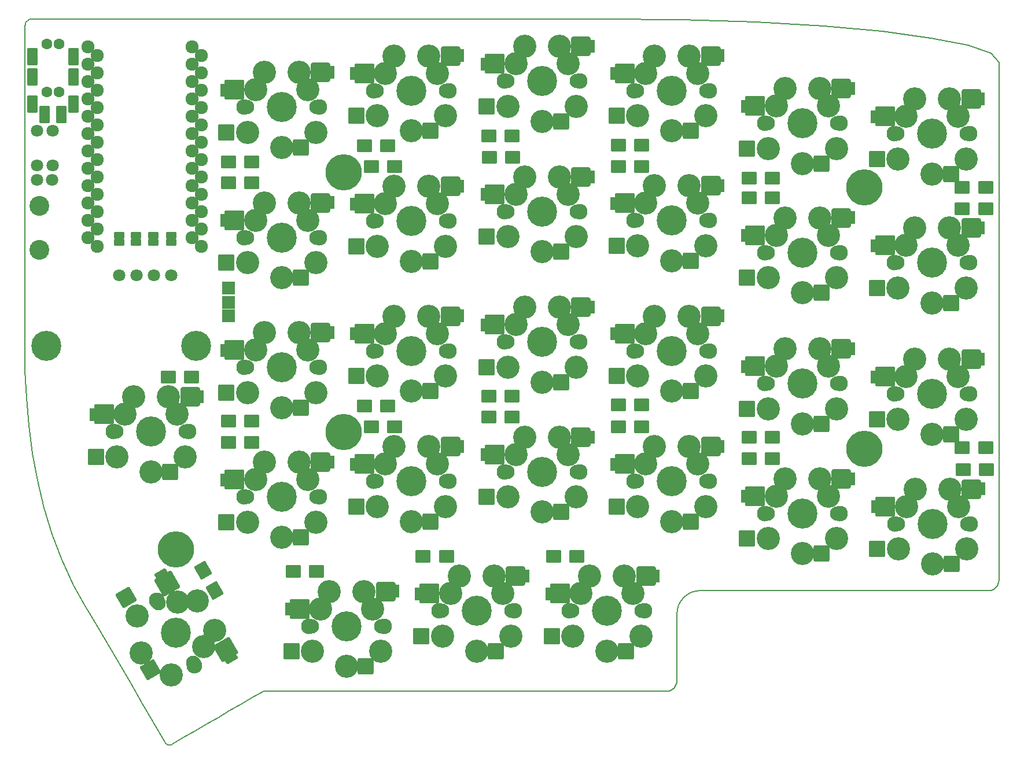
<source format=gbs>
G04 #@! TF.GenerationSoftware,KiCad,Pcbnew,7.0.10*
G04 #@! TF.CreationDate,2024-04-22T20:06:49+02:00*
G04 #@! TF.ProjectId,Lily58_Pro,4c696c79-3538-45f5-9072-6f2e6b696361,rev?*
G04 #@! TF.SameCoordinates,Original*
G04 #@! TF.FileFunction,Soldermask,Bot*
G04 #@! TF.FilePolarity,Negative*
%FSLAX46Y46*%
G04 Gerber Fmt 4.6, Leading zero omitted, Abs format (unit mm)*
G04 Created by KiCad (PCBNEW 7.0.10) date 2024-04-22 20:06:49*
%MOMM*%
%LPD*%
G01*
G04 APERTURE LIST*
G04 Aperture macros list*
%AMRoundRect*
0 Rectangle with rounded corners*
0 $1 Rounding radius*
0 $2 $3 $4 $5 $6 $7 $8 $9 X,Y pos of 4 corners*
0 Add a 4 corners polygon primitive as box body*
4,1,4,$2,$3,$4,$5,$6,$7,$8,$9,$2,$3,0*
0 Add four circle primitives for the rounded corners*
1,1,$1+$1,$2,$3*
1,1,$1+$1,$4,$5*
1,1,$1+$1,$6,$7*
1,1,$1+$1,$8,$9*
0 Add four rect primitives between the rounded corners*
20,1,$1+$1,$2,$3,$4,$5,0*
20,1,$1+$1,$4,$5,$6,$7,0*
20,1,$1+$1,$6,$7,$8,$9,0*
20,1,$1+$1,$8,$9,$2,$3,0*%
G04 Aperture macros list end*
%ADD10C,1.600000*%
%ADD11RoundRect,0.200000X-0.600000X-1.050000X0.600000X-1.050000X0.600000X1.050000X-0.600000X1.050000X0*%
%ADD12RoundRect,0.200000X0.762000X0.762000X-0.762000X0.762000X-0.762000X-0.762000X0.762000X-0.762000X0*%
%ADD13RoundRect,0.200000X-0.762000X0.762000X-0.762000X-0.762000X0.762000X-0.762000X0.762000X0.762000X0*%
%ADD14RoundRect,0.200000X-0.824519X-0.071891X-0.474519X-0.678109X0.824519X0.071891X0.474519X0.678109X0*%
%ADD15C,3.400000*%
%ADD16C,0.500000*%
%ADD17RoundRect,0.200000X1.366025X-0.366025X0.366025X1.366025X-1.366025X0.366025X-0.366025X-1.366025X0*%
%ADD18RoundRect,0.200000X1.341025X-0.322724X0.391025X1.322724X-1.341025X0.322724X-0.391025X-1.322724X0*%
%ADD19RoundRect,0.200000X1.707532X-0.457532X0.457532X1.707532X-1.707532X0.457532X-0.457532X-1.707532X0*%
%ADD20C,4.400000*%
%ADD21C,2.300000*%
%ADD22C,2.100000*%
%ADD23RoundRect,0.200000X1.639230X-0.439230X0.439230X1.639230X-1.639230X0.439230X-0.439230X-1.639230X0*%
%ADD24RoundRect,0.200000X-0.350000X-0.750000X0.350000X-0.750000X0.350000X0.750000X-0.350000X0.750000X0*%
%ADD25RoundRect,0.200000X1.000000X1.000000X-1.000000X1.000000X-1.000000X-1.000000X1.000000X-1.000000X0*%
%ADD26RoundRect,0.200000X0.950000X1.000000X-0.950000X1.000000X-0.950000X-1.000000X0.950000X-1.000000X0*%
%ADD27RoundRect,0.200000X1.250000X1.250000X-1.250000X1.250000X-1.250000X-1.250000X1.250000X-1.250000X0*%
%ADD28RoundRect,0.200000X1.200000X1.200000X-1.200000X1.200000X-1.200000X-1.200000X1.200000X-1.200000X0*%
%ADD29C,1.924000*%
%ADD30C,5.300000*%
%ADD31C,1.797000*%
%ADD32RoundRect,0.200000X0.571500X-0.317500X0.571500X0.317500X-0.571500X0.317500X-0.571500X-0.317500X0*%
%ADD33C,2.900000*%
%ADD34RoundRect,0.200000X-0.900000X-0.750000X0.900000X-0.750000X0.900000X0.750000X-0.900000X0.750000X0*%
%ADD35RoundRect,0.200000X-1.099519X0.404423X-0.199519X-1.154423X1.099519X-0.404423X0.199519X1.154423X0*%
G04 #@! TA.AperFunction,Profile*
%ADD36C,0.200000*%
G04 #@! TD*
G04 APERTURE END LIST*
D10*
X86150000Y-47800000D03*
X86150000Y-40800000D03*
D11*
X84050000Y-49600000D03*
X88250000Y-51100000D03*
X84050000Y-42600000D03*
X84050000Y-45600000D03*
D10*
X87900000Y-40800000D03*
X87900000Y-47800000D03*
D11*
X90000000Y-42600000D03*
X90000000Y-45600000D03*
X90000000Y-49600000D03*
X85800000Y-51100000D03*
D12*
X112700000Y-76500000D03*
X112700000Y-78600000D03*
D13*
X112700000Y-80600000D03*
D14*
X102915064Y-118388784D03*
X113016730Y-130685383D03*
D15*
X109104705Y-129029557D03*
X109104705Y-129029557D03*
X108129409Y-122260295D03*
D16*
X109146846Y-129022547D03*
D15*
X104295706Y-133180127D03*
D17*
X97745706Y-121835194D03*
D18*
X101290450Y-132374871D03*
D15*
X99295706Y-124519873D03*
X99890450Y-129950000D03*
D16*
X105321846Y-122397453D03*
D19*
X103749705Y-119754425D03*
D15*
X110669409Y-126659705D03*
D20*
X105000000Y-127000000D03*
D21*
X102250000Y-122236860D03*
X107750000Y-131763140D03*
D22*
X107540000Y-131399409D03*
X102460000Y-122600591D03*
D15*
X105294705Y-122430443D03*
D23*
X112249409Y-129396345D03*
D24*
X159600000Y-121250000D03*
X175300000Y-118650000D03*
D15*
X171910000Y-121210000D03*
X171910000Y-121210000D03*
X165560000Y-118670000D03*
D16*
X171925000Y-121170000D03*
D15*
X173100000Y-127450000D03*
D25*
X160000000Y-127450000D03*
D26*
X170900000Y-129650000D03*
D15*
X163100000Y-127450000D03*
X168100000Y-129650000D03*
D16*
X164275000Y-121170000D03*
D27*
X161200000Y-121210000D03*
D15*
X170640000Y-118670000D03*
D20*
X168100000Y-123750000D03*
D21*
X162600000Y-123750000D03*
X173600000Y-123750000D03*
D22*
X173180000Y-123750000D03*
X163020000Y-123750000D03*
D15*
X164290000Y-121209999D03*
D28*
X173800000Y-118670000D03*
D24*
X140500000Y-121250000D03*
X156200000Y-118650000D03*
D15*
X152810000Y-121210000D03*
X152810000Y-121210000D03*
X146460000Y-118670000D03*
D16*
X152825000Y-121170000D03*
D15*
X154000000Y-127450000D03*
D25*
X140900000Y-127450000D03*
D26*
X151800000Y-129650000D03*
D15*
X144000000Y-127450000D03*
X149000000Y-129650000D03*
D16*
X145175000Y-121170000D03*
D27*
X142100000Y-121210000D03*
D15*
X151540000Y-118670000D03*
D20*
X149000000Y-123750000D03*
D21*
X143500000Y-123750000D03*
X154500000Y-123750000D03*
D22*
X154080000Y-123750000D03*
X143920000Y-123750000D03*
D15*
X145190000Y-121209999D03*
D28*
X154700000Y-118670000D03*
D24*
X121500000Y-123500000D03*
X137200000Y-120900000D03*
D15*
X133810000Y-123460000D03*
X133810000Y-123460000D03*
X127460000Y-120920000D03*
D16*
X133825000Y-123420000D03*
D15*
X135000000Y-129700000D03*
D25*
X121900000Y-129700000D03*
D26*
X132800000Y-131900000D03*
D15*
X125000000Y-129700000D03*
X130000000Y-131900000D03*
D16*
X126175000Y-123420000D03*
D27*
X123100000Y-123460000D03*
D15*
X132540000Y-120920000D03*
D20*
X130000000Y-126000000D03*
D21*
X124500000Y-126000000D03*
X135500000Y-126000000D03*
D22*
X135080000Y-126000000D03*
X124920000Y-126000000D03*
D15*
X126190000Y-123459999D03*
D28*
X135700000Y-120920000D03*
D24*
X92900000Y-95000000D03*
X108600000Y-92400000D03*
D15*
X105210000Y-94960000D03*
X105210000Y-94960000D03*
X98860000Y-92420000D03*
D16*
X105225000Y-94920000D03*
D15*
X106400000Y-101200000D03*
D25*
X93300000Y-101200000D03*
D26*
X104200000Y-103400000D03*
D15*
X96400000Y-101200000D03*
X101400000Y-103400000D03*
D16*
X97575000Y-94920000D03*
D27*
X94500000Y-94960000D03*
D15*
X103940000Y-92420000D03*
D20*
X101400000Y-97500000D03*
D21*
X95900000Y-97500000D03*
X106900000Y-97500000D03*
D22*
X106480000Y-97500000D03*
X96320000Y-97500000D03*
D15*
X97590000Y-94959999D03*
D28*
X107100000Y-92420000D03*
D24*
X207250000Y-108500000D03*
X222950000Y-105900000D03*
D15*
X219560000Y-108460000D03*
X219560000Y-108460000D03*
X213210000Y-105920000D03*
D16*
X219575000Y-108420000D03*
D15*
X220750000Y-114700000D03*
D25*
X207650000Y-114700000D03*
D26*
X218550000Y-116900000D03*
D15*
X210750000Y-114700000D03*
X215750000Y-116900000D03*
D16*
X211925000Y-108420000D03*
D27*
X208850000Y-108460000D03*
D15*
X218290000Y-105920000D03*
D20*
X215750000Y-111000000D03*
D21*
X210250000Y-111000000D03*
X221250000Y-111000000D03*
D22*
X220830000Y-111000000D03*
X210670000Y-111000000D03*
D15*
X211940000Y-108459999D03*
D28*
X221450000Y-105920000D03*
D24*
X188200000Y-107000000D03*
X203900000Y-104400000D03*
D15*
X200510000Y-106960000D03*
X200510000Y-106960000D03*
X194160000Y-104420000D03*
D16*
X200525000Y-106920000D03*
D15*
X201700000Y-113200000D03*
D25*
X188600000Y-113200000D03*
D26*
X199500000Y-115400000D03*
D15*
X191700000Y-113200000D03*
X196700000Y-115400000D03*
D16*
X192875000Y-106920000D03*
D27*
X189800000Y-106960000D03*
D15*
X199240000Y-104420000D03*
D20*
X196700000Y-109500000D03*
D21*
X191200000Y-109500000D03*
X202200000Y-109500000D03*
D22*
X201780000Y-109500000D03*
X191620000Y-109500000D03*
D15*
X192890000Y-106959999D03*
D28*
X202400000Y-104420000D03*
D24*
X169100000Y-102300000D03*
X184800000Y-99700000D03*
D15*
X181410000Y-102260000D03*
X181410000Y-102260000D03*
X175060000Y-99720000D03*
D16*
X181425000Y-102220000D03*
D15*
X182600000Y-108500000D03*
D25*
X169500000Y-108500000D03*
D26*
X180400000Y-110700000D03*
D15*
X172600000Y-108500000D03*
X177600000Y-110700000D03*
D16*
X173775000Y-102220000D03*
D27*
X170700000Y-102260000D03*
D15*
X180140000Y-99720000D03*
D20*
X177600000Y-104800000D03*
D21*
X172100000Y-104800000D03*
X183100000Y-104800000D03*
D22*
X182680000Y-104800000D03*
X172520000Y-104800000D03*
D15*
X173790000Y-102259999D03*
D28*
X183300000Y-99720000D03*
D24*
X150100000Y-100900000D03*
X165800000Y-98300000D03*
D15*
X162410000Y-100860000D03*
X162410000Y-100860000D03*
X156060000Y-98320000D03*
D16*
X162425000Y-100820000D03*
D15*
X163600000Y-107100000D03*
D25*
X150500000Y-107100000D03*
D26*
X161400000Y-109300000D03*
D15*
X153600000Y-107100000D03*
X158600000Y-109300000D03*
D16*
X154775000Y-100820000D03*
D27*
X151700000Y-100860000D03*
D15*
X161140000Y-98320000D03*
D20*
X158600000Y-103400000D03*
D21*
X153100000Y-103400000D03*
X164100000Y-103400000D03*
D22*
X163680000Y-103400000D03*
X153520000Y-103400000D03*
D15*
X154790000Y-100859999D03*
D28*
X164300000Y-98320000D03*
D24*
X131000000Y-102300000D03*
X146700000Y-99700000D03*
D15*
X143310000Y-102260000D03*
X143310000Y-102260000D03*
X136960000Y-99720000D03*
D16*
X143325000Y-102220000D03*
D15*
X144500000Y-108500000D03*
D25*
X131400000Y-108500000D03*
D26*
X142300000Y-110700000D03*
D15*
X134500000Y-108500000D03*
X139500000Y-110700000D03*
D16*
X135675000Y-102220000D03*
D27*
X132600000Y-102260000D03*
D15*
X142040000Y-99720000D03*
D20*
X139500000Y-104800000D03*
D21*
X134000000Y-104800000D03*
X145000000Y-104800000D03*
D22*
X144580000Y-104800000D03*
X134420000Y-104800000D03*
D15*
X135690000Y-102259999D03*
D28*
X145200000Y-99720000D03*
D24*
X112000000Y-104600000D03*
X127700000Y-102000000D03*
D15*
X124310000Y-104560000D03*
X124310000Y-104560000D03*
X117960000Y-102020000D03*
D16*
X124325000Y-104520000D03*
D15*
X125500000Y-110800000D03*
D25*
X112400000Y-110800000D03*
D26*
X123300000Y-113000000D03*
D15*
X115500000Y-110800000D03*
X120500000Y-113000000D03*
D16*
X116675000Y-104520000D03*
D27*
X113600000Y-104560000D03*
D15*
X123040000Y-102020000D03*
D20*
X120500000Y-107100000D03*
D21*
X115000000Y-107100000D03*
X126000000Y-107100000D03*
D22*
X125580000Y-107100000D03*
X115420000Y-107100000D03*
D15*
X116690000Y-104559999D03*
D28*
X126200000Y-102020000D03*
D24*
X207200000Y-89500000D03*
X222900000Y-86900000D03*
D15*
X219510000Y-89460000D03*
X219510000Y-89460000D03*
X213160000Y-86920000D03*
D16*
X219525000Y-89420000D03*
D15*
X220700000Y-95700000D03*
D25*
X207600000Y-95700000D03*
D26*
X218500000Y-97900000D03*
D15*
X210700000Y-95700000D03*
X215700000Y-97900000D03*
D16*
X211875000Y-89420000D03*
D27*
X208800000Y-89460000D03*
D15*
X218240000Y-86920000D03*
D20*
X215700000Y-92000000D03*
D21*
X210200000Y-92000000D03*
X221200000Y-92000000D03*
D22*
X220780000Y-92000000D03*
X210620000Y-92000000D03*
D15*
X211890000Y-89459999D03*
D28*
X221400000Y-86920000D03*
D24*
X188200000Y-88000000D03*
X203900000Y-85400000D03*
D15*
X200510000Y-87960000D03*
X200510000Y-87960000D03*
X194160000Y-85420000D03*
D16*
X200525000Y-87920000D03*
D15*
X201700000Y-94200000D03*
D25*
X188600000Y-94200000D03*
D26*
X199500000Y-96400000D03*
D15*
X191700000Y-94200000D03*
X196700000Y-96400000D03*
D16*
X192875000Y-87920000D03*
D27*
X189800000Y-87960000D03*
D15*
X199240000Y-85420000D03*
D20*
X196700000Y-90500000D03*
D21*
X191200000Y-90500000D03*
X202200000Y-90500000D03*
D22*
X201780000Y-90500000D03*
X191620000Y-90500000D03*
D15*
X192890000Y-87959999D03*
D28*
X202400000Y-85420000D03*
D24*
X169100000Y-83200000D03*
X184800000Y-80600000D03*
D15*
X181410000Y-83160000D03*
X181410000Y-83160000D03*
X175060000Y-80620000D03*
D16*
X181425000Y-83120000D03*
D15*
X182600000Y-89400000D03*
D25*
X169500000Y-89400000D03*
D26*
X180400000Y-91600000D03*
D15*
X172600000Y-89400000D03*
X177600000Y-91600000D03*
D16*
X173775000Y-83120000D03*
D27*
X170700000Y-83160000D03*
D15*
X180140000Y-80620000D03*
D20*
X177600000Y-85700000D03*
D21*
X172100000Y-85700000D03*
X183100000Y-85700000D03*
D22*
X182680000Y-85700000D03*
X172520000Y-85700000D03*
D15*
X173790000Y-83159999D03*
D28*
X183300000Y-80620000D03*
D24*
X150100000Y-81900000D03*
X165800000Y-79300000D03*
D15*
X162410000Y-81860000D03*
X162410000Y-81860000D03*
X156060000Y-79320000D03*
D16*
X162425000Y-81820000D03*
D15*
X163600000Y-88100000D03*
D25*
X150500000Y-88100000D03*
D26*
X161400000Y-90300000D03*
D15*
X153600000Y-88100000D03*
X158600000Y-90300000D03*
D16*
X154775000Y-81820000D03*
D27*
X151700000Y-81860000D03*
D15*
X161140000Y-79320000D03*
D20*
X158600000Y-84400000D03*
D21*
X153100000Y-84400000D03*
X164100000Y-84400000D03*
D22*
X163680000Y-84400000D03*
X153520000Y-84400000D03*
D15*
X154790000Y-81859999D03*
D28*
X164300000Y-79320000D03*
D24*
X131000000Y-83200000D03*
X146700000Y-80600000D03*
D15*
X143310000Y-83160000D03*
X143310000Y-83160000D03*
X136960000Y-80620000D03*
D16*
X143325000Y-83120000D03*
D15*
X144500000Y-89400000D03*
D25*
X131400000Y-89400000D03*
D26*
X142300000Y-91600000D03*
D15*
X134500000Y-89400000D03*
X139500000Y-91600000D03*
D16*
X135675000Y-83120000D03*
D27*
X132600000Y-83160000D03*
D15*
X142040000Y-80620000D03*
D20*
X139500000Y-85700000D03*
D21*
X134000000Y-85700000D03*
X145000000Y-85700000D03*
D22*
X144580000Y-85700000D03*
X134420000Y-85700000D03*
D15*
X135690000Y-83159999D03*
D28*
X145200000Y-80620000D03*
D24*
X112000000Y-85600000D03*
X127700000Y-83000000D03*
D15*
X124310000Y-85560000D03*
X124310000Y-85560000D03*
X117960000Y-83020000D03*
D16*
X124325000Y-85520000D03*
D15*
X125500000Y-91800000D03*
D25*
X112400000Y-91800000D03*
D26*
X123300000Y-94000000D03*
D15*
X115500000Y-91800000D03*
X120500000Y-94000000D03*
D16*
X116675000Y-85520000D03*
D27*
X113600000Y-85560000D03*
D15*
X123040000Y-83020000D03*
D20*
X120500000Y-88100000D03*
D21*
X115000000Y-88100000D03*
X126000000Y-88100000D03*
D22*
X125580000Y-88100000D03*
X115420000Y-88100000D03*
D15*
X116690000Y-85559999D03*
D28*
X126200000Y-83020000D03*
D24*
X207200000Y-70300000D03*
X222900000Y-67700000D03*
D15*
X219510000Y-70260000D03*
X219510000Y-70260000D03*
X213160000Y-67720000D03*
D16*
X219525000Y-70220000D03*
D15*
X220700000Y-76500000D03*
D25*
X207600000Y-76500000D03*
D26*
X218500000Y-78700000D03*
D15*
X210700000Y-76500000D03*
X215700000Y-78700000D03*
D16*
X211875000Y-70220000D03*
D27*
X208800000Y-70260000D03*
D15*
X218240000Y-67720000D03*
D20*
X215700000Y-72800000D03*
D21*
X210200000Y-72800000D03*
X221200000Y-72800000D03*
D22*
X220780000Y-72800000D03*
X210620000Y-72800000D03*
D15*
X211890000Y-70259999D03*
D28*
X221400000Y-67720000D03*
D24*
X188200000Y-68800000D03*
X203900000Y-66200000D03*
D15*
X200510000Y-68760000D03*
X200510000Y-68760000D03*
X194160000Y-66220000D03*
D16*
X200525000Y-68720000D03*
D15*
X201700000Y-75000000D03*
D25*
X188600000Y-75000000D03*
D26*
X199500000Y-77200000D03*
D15*
X191700000Y-75000000D03*
X196700000Y-77200000D03*
D16*
X192875000Y-68720000D03*
D27*
X189800000Y-68760000D03*
D15*
X199240000Y-66220000D03*
D20*
X196700000Y-71300000D03*
D21*
X191200000Y-71300000D03*
X202200000Y-71300000D03*
D22*
X201780000Y-71300000D03*
X191620000Y-71300000D03*
D15*
X192890000Y-68759999D03*
D28*
X202400000Y-66220000D03*
D24*
X169100000Y-64100000D03*
X184800000Y-61500000D03*
D15*
X181410000Y-64060000D03*
X181410000Y-64060000D03*
X175060000Y-61520000D03*
D16*
X181425000Y-64020000D03*
D15*
X182600000Y-70300000D03*
D25*
X169500000Y-70300000D03*
D26*
X180400000Y-72500000D03*
D15*
X172600000Y-70300000D03*
X177600000Y-72500000D03*
D16*
X173775000Y-64020000D03*
D27*
X170700000Y-64060000D03*
D15*
X180140000Y-61520000D03*
D20*
X177600000Y-66600000D03*
D21*
X172100000Y-66600000D03*
X183100000Y-66600000D03*
D22*
X182680000Y-66600000D03*
X172520000Y-66600000D03*
D15*
X173790000Y-64059999D03*
D28*
X183300000Y-61520000D03*
D24*
X150100000Y-62800000D03*
X165800000Y-60200000D03*
D15*
X162410000Y-62760000D03*
X162410000Y-62760000D03*
X156060000Y-60220000D03*
D16*
X162425000Y-62720000D03*
D15*
X163600000Y-69000000D03*
D25*
X150500000Y-69000000D03*
D26*
X161400000Y-71200000D03*
D15*
X153600000Y-69000000D03*
X158600000Y-71200000D03*
D16*
X154775000Y-62720000D03*
D27*
X151700000Y-62760000D03*
D15*
X161140000Y-60220000D03*
D20*
X158600000Y-65300000D03*
D21*
X153100000Y-65300000D03*
X164100000Y-65300000D03*
D22*
X163680000Y-65300000D03*
X153520000Y-65300000D03*
D15*
X154790000Y-62759999D03*
D28*
X164300000Y-60220000D03*
D24*
X131000000Y-64200000D03*
X146700000Y-61600000D03*
D15*
X143310000Y-64160000D03*
X143310000Y-64160000D03*
X136960000Y-61620000D03*
D16*
X143325000Y-64120000D03*
D15*
X144500000Y-70400000D03*
D25*
X131400000Y-70400000D03*
D26*
X142300000Y-72600000D03*
D15*
X134500000Y-70400000D03*
X139500000Y-72600000D03*
D16*
X135675000Y-64120000D03*
D27*
X132600000Y-64160000D03*
D15*
X142040000Y-61620000D03*
D20*
X139500000Y-66700000D03*
D21*
X134000000Y-66700000D03*
X145000000Y-66700000D03*
D22*
X144580000Y-66700000D03*
X134420000Y-66700000D03*
D15*
X135690000Y-64159999D03*
D28*
X145200000Y-61620000D03*
D24*
X112000000Y-66600000D03*
X127700000Y-64000000D03*
D15*
X124310000Y-66560000D03*
X124310000Y-66560000D03*
X117960000Y-64020000D03*
D16*
X124325000Y-66520000D03*
D15*
X125500000Y-72800000D03*
D25*
X112400000Y-72800000D03*
D26*
X123300000Y-75000000D03*
D15*
X115500000Y-72800000D03*
X120500000Y-75000000D03*
D16*
X116675000Y-66520000D03*
D27*
X113600000Y-66560000D03*
D15*
X123040000Y-64020000D03*
D20*
X120500000Y-69100000D03*
D21*
X115000000Y-69100000D03*
X126000000Y-69100000D03*
D22*
X125580000Y-69100000D03*
X115420000Y-69100000D03*
D15*
X116690000Y-66559999D03*
D28*
X126200000Y-64020000D03*
D24*
X207200000Y-51400000D03*
X222900000Y-48800000D03*
D15*
X219510000Y-51360000D03*
X219510000Y-51360000D03*
X213160000Y-48820000D03*
D16*
X219525000Y-51320000D03*
D15*
X220700000Y-57600000D03*
D25*
X207600000Y-57600000D03*
D26*
X218500000Y-59800000D03*
D15*
X210700000Y-57600000D03*
X215700000Y-59800000D03*
D16*
X211875000Y-51320000D03*
D27*
X208800000Y-51360000D03*
D15*
X218240000Y-48820000D03*
D20*
X215700000Y-53900000D03*
D21*
X210200000Y-53900000D03*
X221200000Y-53900000D03*
D22*
X220780000Y-53900000D03*
X210620000Y-53900000D03*
D15*
X211890000Y-51359999D03*
D28*
X221400000Y-48820000D03*
D24*
X188200000Y-49900000D03*
X203900000Y-47300000D03*
D15*
X200510000Y-49860000D03*
X200510000Y-49860000D03*
X194160000Y-47320000D03*
D16*
X200525000Y-49820000D03*
D15*
X201700000Y-56100000D03*
D25*
X188600000Y-56100000D03*
D26*
X199500000Y-58300000D03*
D15*
X191700000Y-56100000D03*
X196700000Y-58300000D03*
D16*
X192875000Y-49820000D03*
D27*
X189800000Y-49860000D03*
D15*
X199240000Y-47320000D03*
D20*
X196700000Y-52400000D03*
D21*
X191200000Y-52400000D03*
X202200000Y-52400000D03*
D22*
X201780000Y-52400000D03*
X191620000Y-52400000D03*
D15*
X192890000Y-49859999D03*
D28*
X202400000Y-47320000D03*
D24*
X169100000Y-45100000D03*
X184800000Y-42500000D03*
D15*
X181410000Y-45060000D03*
X181410000Y-45060000D03*
X175060000Y-42520000D03*
D16*
X181425000Y-45020000D03*
D15*
X182600000Y-51300000D03*
D25*
X169500000Y-51300000D03*
D26*
X180400000Y-53500000D03*
D15*
X172600000Y-51300000D03*
X177600000Y-53500000D03*
D16*
X173775000Y-45020000D03*
D27*
X170700000Y-45060000D03*
D15*
X180140000Y-42520000D03*
D20*
X177600000Y-47600000D03*
D21*
X172100000Y-47600000D03*
X183100000Y-47600000D03*
D22*
X182680000Y-47600000D03*
X172520000Y-47600000D03*
D15*
X173790000Y-45059999D03*
D28*
X183300000Y-42520000D03*
D24*
X150100000Y-43710000D03*
X165800000Y-41110000D03*
D15*
X162410000Y-43670000D03*
X162410000Y-43670000D03*
X156060000Y-41130000D03*
D16*
X162425000Y-43630000D03*
D15*
X163600000Y-49910000D03*
D25*
X150500000Y-49910000D03*
D26*
X161400000Y-52110000D03*
D15*
X153600000Y-49910000D03*
X158600000Y-52110000D03*
D16*
X154775000Y-43630000D03*
D27*
X151700000Y-43670000D03*
D15*
X161140000Y-41130000D03*
D20*
X158600000Y-46210000D03*
D21*
X153100000Y-46210000D03*
X164100000Y-46210000D03*
D22*
X163680000Y-46210000D03*
X153520000Y-46210000D03*
D15*
X154790000Y-43669999D03*
D28*
X164300000Y-41130000D03*
D24*
X131000000Y-45100000D03*
X146700000Y-42500000D03*
D15*
X143310000Y-45060000D03*
X143310000Y-45060000D03*
X136960000Y-42520000D03*
D16*
X143325000Y-45020000D03*
D15*
X144500000Y-51300000D03*
D25*
X131400000Y-51300000D03*
D26*
X142300000Y-53500000D03*
D15*
X134500000Y-51300000D03*
X139500000Y-53500000D03*
D16*
X135675000Y-45020000D03*
D27*
X132600000Y-45060000D03*
D15*
X142040000Y-42520000D03*
D20*
X139500000Y-47600000D03*
D21*
X134000000Y-47600000D03*
X145000000Y-47600000D03*
D22*
X144580000Y-47600000D03*
X134420000Y-47600000D03*
D15*
X135690000Y-45059999D03*
D28*
X145200000Y-42520000D03*
D24*
X112000000Y-47500000D03*
X127700000Y-44900000D03*
D15*
X124310000Y-47460000D03*
X124310000Y-47460000D03*
X117960000Y-44920000D03*
D16*
X124325000Y-47420000D03*
D15*
X125500000Y-53700000D03*
D25*
X112400000Y-53700000D03*
D26*
X123300000Y-55900000D03*
D15*
X115500000Y-53700000D03*
X120500000Y-55900000D03*
D16*
X116675000Y-47420000D03*
D27*
X113600000Y-47460000D03*
D15*
X123040000Y-44920000D03*
D20*
X120500000Y-50000000D03*
D21*
X115000000Y-50000000D03*
X126000000Y-50000000D03*
D22*
X125580000Y-50000000D03*
X115420000Y-50000000D03*
D15*
X116690000Y-47459999D03*
D28*
X126200000Y-44920000D03*
D29*
X107420000Y-41230000D03*
X107420000Y-43770000D03*
X107420000Y-46310000D03*
X107420000Y-48850000D03*
X107420000Y-51390000D03*
X107420000Y-53930000D03*
X107420000Y-56470000D03*
X107420000Y-59010000D03*
X107420000Y-61550000D03*
X107420000Y-64090000D03*
X107420000Y-66630000D03*
X107420000Y-69170000D03*
X92180000Y-69170000D03*
X92180000Y-66630000D03*
X92180000Y-64090000D03*
X92180000Y-61550000D03*
X92180000Y-59010000D03*
X92180000Y-56470000D03*
X92180000Y-53930000D03*
X92180000Y-51390000D03*
X92180000Y-48850000D03*
X92180000Y-46310000D03*
X92180000Y-43770000D03*
X92180000Y-41230000D03*
X108718815Y-52585745D03*
X108718815Y-57665745D03*
X93478815Y-42425745D03*
X108718815Y-44965745D03*
X108718815Y-67825745D03*
X93478815Y-70365745D03*
X108718815Y-60205745D03*
X108718815Y-62745745D03*
X93478815Y-60205745D03*
X93478815Y-65285745D03*
X93478815Y-52585745D03*
X93478815Y-50045745D03*
X93478815Y-44965745D03*
X93478815Y-55125745D03*
X108718815Y-70365745D03*
X93478815Y-62745745D03*
X108718815Y-42425745D03*
X108718815Y-47505745D03*
X93478815Y-67825745D03*
X108718815Y-50045745D03*
X108718815Y-55125745D03*
X93478815Y-57665745D03*
X108718815Y-65285745D03*
X93478815Y-47505745D03*
D30*
X129600000Y-59600000D03*
X205800000Y-61800000D03*
X129600000Y-97600000D03*
X205800000Y-100000000D03*
X105000000Y-114800000D03*
D31*
X84700000Y-60700000D03*
X86900000Y-60700000D03*
X86938035Y-58579272D03*
X86938035Y-53499272D03*
X84688035Y-53499272D03*
X84688035Y-58579272D03*
D32*
X104300000Y-68799620D03*
X104300000Y-69800380D03*
X101700000Y-69800380D03*
X101700000Y-68799620D03*
X99200000Y-68799620D03*
X99200000Y-69800380D03*
X96700000Y-69800380D03*
X96700000Y-68799620D03*
D33*
X85000000Y-70950000D03*
X85000000Y-64450000D03*
D34*
X112700000Y-58000000D03*
X116100000Y-58000000D03*
X132600000Y-55700000D03*
X136000000Y-55700000D03*
X150800000Y-54200000D03*
X154200000Y-54200000D03*
X169800000Y-55600000D03*
X173200000Y-55600000D03*
X192300000Y-60400000D03*
X188900000Y-60400000D03*
X220100000Y-61800000D03*
X223500000Y-61800000D03*
X116100000Y-61100000D03*
X112700000Y-61100000D03*
X137000000Y-58700000D03*
X133600000Y-58700000D03*
X154300000Y-57400000D03*
X150900000Y-57400000D03*
X169800000Y-58700000D03*
X173200000Y-58700000D03*
X192300000Y-63300000D03*
X188900000Y-63300000D03*
X223500000Y-64900000D03*
X220100000Y-64900000D03*
X112700000Y-96000000D03*
X116100000Y-96000000D03*
X136000000Y-93800000D03*
X132600000Y-93800000D03*
X154200000Y-92300000D03*
X150800000Y-92300000D03*
X169800000Y-93600000D03*
X173200000Y-93600000D03*
X188900000Y-98300000D03*
X192300000Y-98300000D03*
X223500000Y-99900000D03*
X220100000Y-99900000D03*
X116100000Y-99100000D03*
X112700000Y-99100000D03*
X133600000Y-96800000D03*
X137000000Y-96800000D03*
X154200000Y-95400000D03*
X150800000Y-95400000D03*
X169800000Y-96800000D03*
X173200000Y-96800000D03*
X192300000Y-101500000D03*
X188900000Y-101500000D03*
X220200000Y-103100000D03*
X223600000Y-103100000D03*
X103900000Y-89500000D03*
X107300000Y-89500000D03*
D35*
X110650000Y-120772243D03*
X108950000Y-117827757D03*
D34*
X122200000Y-118000000D03*
X125600000Y-118000000D03*
X144600000Y-115800000D03*
X141200000Y-115800000D03*
X160300000Y-115800000D03*
X163700000Y-115800000D03*
D20*
X86000000Y-85000000D03*
X108000000Y-85000000D03*
D31*
X96700000Y-74600000D03*
X99240000Y-74600000D03*
X101780000Y-74600000D03*
X104320000Y-74600000D03*
D36*
X116186619Y-136480784D02*
X117862313Y-135510645D01*
X114510925Y-137450923D02*
X116186619Y-136480784D01*
X82937528Y-50750629D02*
X82937528Y-44443695D01*
X82937528Y-57057562D02*
X82937528Y-50750629D01*
X115211711Y-37086762D02*
X104803877Y-37086762D01*
X218692418Y-120789735D02*
X223959999Y-120789735D01*
X213424836Y-120789735D02*
X218692418Y-120789735D01*
X208157255Y-120789735D02*
X213424836Y-120789735D01*
X202889673Y-120789735D02*
X208157255Y-120789735D01*
X197622092Y-120789735D02*
X202889673Y-120789735D01*
X192354511Y-120789735D02*
X197622092Y-120789735D01*
X187086929Y-120789735D02*
X192354511Y-120789735D01*
X181819348Y-120789735D02*
X187086929Y-120789735D01*
X181113524Y-120860778D02*
X181819348Y-120789735D01*
X180456326Y-121064561D02*
X181113524Y-120860778D01*
X179861773Y-121387065D02*
X180456326Y-121064561D01*
X179343884Y-121814271D02*
X179861773Y-121387065D01*
X178916678Y-122332160D02*
X179343884Y-121814271D01*
X178594174Y-122926713D02*
X178916678Y-122332160D01*
X178390391Y-123583911D02*
X178594174Y-122926713D01*
X178319348Y-124289735D02*
X178390391Y-123583911D01*
X199807654Y-38170488D02*
X189919538Y-37585374D01*
X208420758Y-38945561D02*
X199807654Y-38170488D01*
X215525697Y-39885159D02*
X208420758Y-38945561D01*
X220889319Y-40963847D02*
X215525697Y-39885159D01*
X178989563Y-37215654D02*
X167250881Y-37086762D01*
X189919538Y-37585374D02*
X178989563Y-37215654D01*
X177658308Y-135255660D02*
X177403500Y-135393876D01*
X177880261Y-135072571D02*
X177658308Y-135255660D01*
X178063349Y-134850619D02*
X177880261Y-135072571D01*
X178201565Y-134595810D02*
X178063349Y-134850619D01*
X178288901Y-134314154D02*
X178201565Y-134595810D01*
X178319348Y-134011658D02*
X178288901Y-134314154D01*
X225460000Y-52918378D02*
X225460000Y-62400000D01*
X225460000Y-43436755D02*
X225460000Y-52918378D01*
X82937528Y-69671429D02*
X82937528Y-63364495D01*
X82937528Y-75978362D02*
X82937528Y-69671429D01*
X82937528Y-82285296D02*
X82937528Y-75978362D01*
X82937528Y-88592229D02*
X82937528Y-82285296D01*
X104803877Y-37086762D02*
X94396044Y-37086762D01*
X125619545Y-37086762D02*
X115211711Y-37086762D01*
X136027379Y-37086762D02*
X125619545Y-37086762D01*
X146435213Y-37086762D02*
X136027379Y-37086762D01*
X156843047Y-37086762D02*
X146435213Y-37086762D01*
X167250881Y-37086762D02*
X156843047Y-37086762D01*
X83400937Y-37265961D02*
X83579303Y-37169210D01*
X83245570Y-37394123D02*
X83400937Y-37265961D01*
X83117409Y-37549489D02*
X83245570Y-37394123D01*
X83020657Y-37727855D02*
X83117409Y-37549489D01*
X82959523Y-37925015D02*
X83020657Y-37727855D01*
X82938210Y-38136762D02*
X82959523Y-37925015D01*
X83776462Y-37108075D02*
X83988210Y-37086762D01*
X83579303Y-37169210D02*
X83776462Y-37108075D01*
X94396044Y-37086762D02*
X83988210Y-37086762D01*
X82937528Y-63364495D02*
X82937528Y-57057562D01*
X82937528Y-44443695D02*
X82937528Y-38136762D01*
X88291758Y-116318073D02*
X89993333Y-119989540D01*
X86863105Y-112530670D02*
X88291758Y-116318073D01*
X85688004Y-108649127D02*
X86863105Y-112530670D01*
X84747083Y-104695246D02*
X85688004Y-108649127D01*
X84020972Y-100690825D02*
X84747083Y-104695246D01*
X83490297Y-96657663D02*
X84020972Y-100690825D01*
X83135690Y-92617561D02*
X83490297Y-96657663D01*
X82937777Y-88592317D02*
X83135690Y-92617561D01*
X104288864Y-143357278D02*
X104456758Y-143271756D01*
X104130206Y-143404468D02*
X104288864Y-143357278D01*
X103981252Y-143413974D02*
X104130206Y-143404468D01*
X103842470Y-143386445D02*
X103981252Y-143413974D01*
X103714328Y-143322532D02*
X103842470Y-143386445D01*
X103597295Y-143222884D02*
X103714328Y-143322532D01*
X103491837Y-143088150D02*
X103597295Y-143222884D01*
X103398425Y-142918979D02*
X103491837Y-143088150D01*
X112835230Y-138421062D02*
X114510925Y-137450923D01*
X111159536Y-139391201D02*
X112835230Y-138421062D01*
X109483841Y-140361340D02*
X111159536Y-139391201D01*
X107808147Y-141331479D02*
X109483841Y-140361340D01*
X106132452Y-142301617D02*
X107808147Y-141331479D01*
X104456758Y-143271756D02*
X106132452Y-142301617D01*
X101722730Y-140052659D02*
X103398425Y-142918979D01*
X100047036Y-137186340D02*
X101722730Y-140052659D01*
X98371341Y-134320020D02*
X100047036Y-137186340D01*
X96695647Y-131453701D02*
X98371341Y-134320020D01*
X95019952Y-128587381D02*
X96695647Y-131453701D01*
X93344258Y-125721062D02*
X95019952Y-128587381D01*
X91668563Y-122854742D02*
X93344258Y-125721062D01*
X89992869Y-119988423D02*
X91668563Y-122854742D01*
X169449826Y-135511658D02*
X176819348Y-135511658D01*
X162080304Y-135511658D02*
X169449826Y-135511658D01*
X154710782Y-135511658D02*
X162080304Y-135511658D01*
X147341260Y-135511658D02*
X154710782Y-135511658D01*
X139971738Y-135511658D02*
X147341260Y-135511658D01*
X132602217Y-135511658D02*
X139971738Y-135511658D01*
X125232695Y-135511658D02*
X132602217Y-135511658D01*
X117863173Y-135511658D02*
X125232695Y-135511658D01*
X178319348Y-132816013D02*
X178319348Y-134011658D01*
X178319348Y-131597973D02*
X178319348Y-132816013D01*
X178319348Y-130379933D02*
X178319348Y-131597973D01*
X178319348Y-129161894D02*
X178319348Y-130379933D01*
X178319348Y-127943854D02*
X178319348Y-129161894D01*
X178319348Y-126725814D02*
X178319348Y-127943854D01*
X178319348Y-125507775D02*
X178319348Y-126725814D01*
X178319348Y-124289735D02*
X178319348Y-125507775D01*
X177121844Y-135481211D02*
X176819348Y-135511658D01*
X177403500Y-135393876D02*
X177121844Y-135481211D01*
X224278471Y-42156190D02*
X220889319Y-40963847D01*
X225460000Y-43436755D02*
X224278471Y-42156190D01*
X224262495Y-120759288D02*
X223959999Y-120789735D01*
X224544152Y-120671952D02*
X224262495Y-120759288D01*
X224798960Y-120533736D02*
X224544152Y-120671952D01*
X225020912Y-120350648D02*
X224798960Y-120533736D01*
X225204001Y-120128696D02*
X225020912Y-120350648D01*
X225342217Y-119873887D02*
X225204001Y-120128696D01*
X225429552Y-119592231D02*
X225342217Y-119873887D01*
X225459999Y-119289735D02*
X225429552Y-119592231D01*
X225460000Y-109808112D02*
X225460000Y-119289735D01*
X225460000Y-100326490D02*
X225460000Y-109808112D01*
X225460000Y-90844867D02*
X225460000Y-100326490D01*
X225460000Y-81363245D02*
X225460000Y-90844867D01*
X225460000Y-71881623D02*
X225460000Y-81363245D01*
X225460000Y-62400000D02*
X225460000Y-71881623D01*
M02*

</source>
